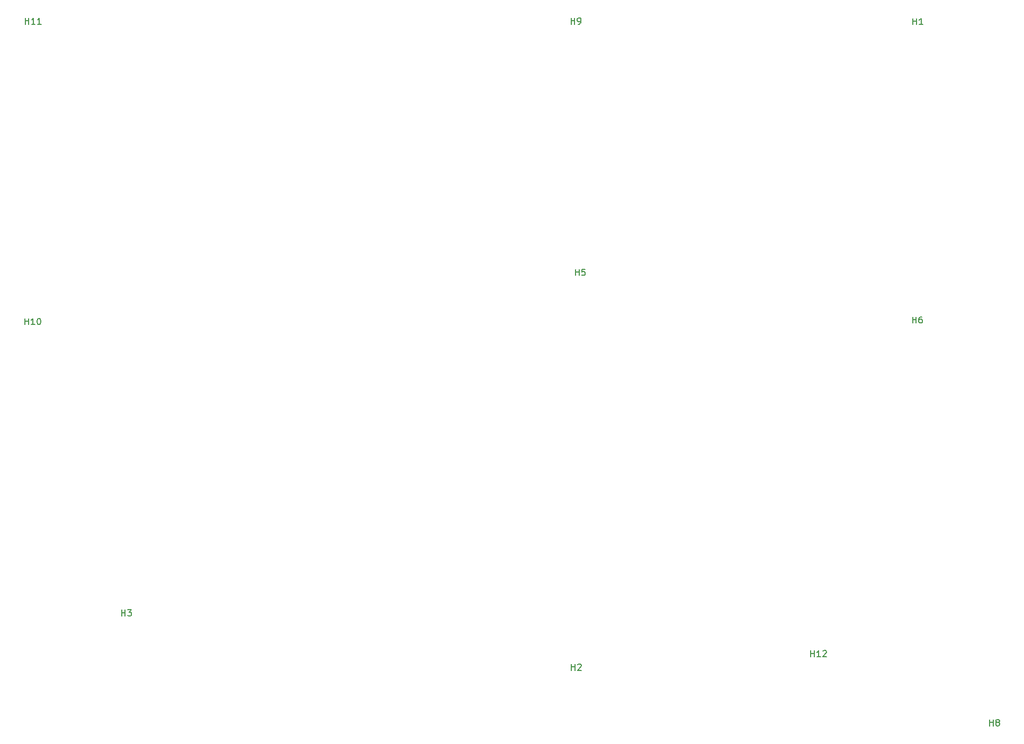
<source format=gbr>
G04 #@! TF.GenerationSoftware,KiCad,Pcbnew,(5.0.2)-1*
G04 #@! TF.CreationDate,2020-01-03T19:40:23+05:30*
G04 #@! TF.ProjectId,ergocape,6572676f-6361-4706-952e-6b696361645f,rev?*
G04 #@! TF.SameCoordinates,Original*
G04 #@! TF.FileFunction,Legend,Top*
G04 #@! TF.FilePolarity,Positive*
%FSLAX46Y46*%
G04 Gerber Fmt 4.6, Leading zero omitted, Abs format (unit mm)*
G04 Created by KiCad (PCBNEW (5.0.2)-1) date 1/3/2020 7:40:23 PM*
%MOMM*%
%LPD*%
G01*
G04 APERTURE LIST*
%ADD10C,0.150000*%
G04 APERTURE END LIST*
G04 #@! TO.C,H1*
D10*
X166433595Y-23502880D02*
X166433595Y-22502880D01*
X166433595Y-22979071D02*
X167005023Y-22979071D01*
X167005023Y-23502880D02*
X167005023Y-22502880D01*
X168005023Y-23502880D02*
X167433595Y-23502880D01*
X167719309Y-23502880D02*
X167719309Y-22502880D01*
X167624071Y-22645738D01*
X167528833Y-22740976D01*
X167433595Y-22788595D01*
G04 #@! TO.C,H2*
X111823595Y-126817380D02*
X111823595Y-125817380D01*
X111823595Y-126293571D02*
X112395023Y-126293571D01*
X112395023Y-126817380D02*
X112395023Y-125817380D01*
X112823595Y-125912619D02*
X112871214Y-125865000D01*
X112966452Y-125817380D01*
X113204547Y-125817380D01*
X113299785Y-125865000D01*
X113347404Y-125912619D01*
X113395023Y-126007857D01*
X113395023Y-126103095D01*
X113347404Y-126245952D01*
X112775976Y-126817380D01*
X113395023Y-126817380D01*
G04 #@! TO.C,H3*
X39878095Y-118117880D02*
X39878095Y-117117880D01*
X39878095Y-117594071D02*
X40449523Y-117594071D01*
X40449523Y-118117880D02*
X40449523Y-117117880D01*
X40830476Y-117117880D02*
X41449523Y-117117880D01*
X41116190Y-117498833D01*
X41259047Y-117498833D01*
X41354285Y-117546452D01*
X41401904Y-117594071D01*
X41449523Y-117689309D01*
X41449523Y-117927404D01*
X41401904Y-118022642D01*
X41354285Y-118070261D01*
X41259047Y-118117880D01*
X40973333Y-118117880D01*
X40878095Y-118070261D01*
X40830476Y-118022642D01*
G04 #@! TO.C,H5*
X112458595Y-63634880D02*
X112458595Y-62634880D01*
X112458595Y-63111071D02*
X113030023Y-63111071D01*
X113030023Y-63634880D02*
X113030023Y-62634880D01*
X113982404Y-62634880D02*
X113506214Y-62634880D01*
X113458595Y-63111071D01*
X113506214Y-63063452D01*
X113601452Y-63015833D01*
X113839547Y-63015833D01*
X113934785Y-63063452D01*
X113982404Y-63111071D01*
X114030023Y-63206309D01*
X114030023Y-63444404D01*
X113982404Y-63539642D01*
X113934785Y-63587261D01*
X113839547Y-63634880D01*
X113601452Y-63634880D01*
X113506214Y-63587261D01*
X113458595Y-63539642D01*
G04 #@! TO.C,H6*
X166370095Y-71254880D02*
X166370095Y-70254880D01*
X166370095Y-70731071D02*
X166941523Y-70731071D01*
X166941523Y-71254880D02*
X166941523Y-70254880D01*
X167846285Y-70254880D02*
X167655809Y-70254880D01*
X167560571Y-70302500D01*
X167512952Y-70350119D01*
X167417714Y-70492976D01*
X167370095Y-70683452D01*
X167370095Y-71064404D01*
X167417714Y-71159642D01*
X167465333Y-71207261D01*
X167560571Y-71254880D01*
X167751047Y-71254880D01*
X167846285Y-71207261D01*
X167893904Y-71159642D01*
X167941523Y-71064404D01*
X167941523Y-70826309D01*
X167893904Y-70731071D01*
X167846285Y-70683452D01*
X167751047Y-70635833D01*
X167560571Y-70635833D01*
X167465333Y-70683452D01*
X167417714Y-70731071D01*
X167370095Y-70826309D01*
G04 #@! TO.C,H8*
X178689095Y-135707380D02*
X178689095Y-134707380D01*
X178689095Y-135183571D02*
X179260523Y-135183571D01*
X179260523Y-135707380D02*
X179260523Y-134707380D01*
X179879571Y-135135952D02*
X179784333Y-135088333D01*
X179736714Y-135040714D01*
X179689095Y-134945476D01*
X179689095Y-134897857D01*
X179736714Y-134802619D01*
X179784333Y-134755000D01*
X179879571Y-134707380D01*
X180070047Y-134707380D01*
X180165285Y-134755000D01*
X180212904Y-134802619D01*
X180260523Y-134897857D01*
X180260523Y-134945476D01*
X180212904Y-135040714D01*
X180165285Y-135088333D01*
X180070047Y-135135952D01*
X179879571Y-135135952D01*
X179784333Y-135183571D01*
X179736714Y-135231190D01*
X179689095Y-135326428D01*
X179689095Y-135516904D01*
X179736714Y-135612142D01*
X179784333Y-135659761D01*
X179879571Y-135707380D01*
X180070047Y-135707380D01*
X180165285Y-135659761D01*
X180212904Y-135612142D01*
X180260523Y-135516904D01*
X180260523Y-135326428D01*
X180212904Y-135231190D01*
X180165285Y-135183571D01*
X180070047Y-135135952D01*
G04 #@! TO.C,H9*
X111760095Y-23439380D02*
X111760095Y-22439380D01*
X111760095Y-22915571D02*
X112331523Y-22915571D01*
X112331523Y-23439380D02*
X112331523Y-22439380D01*
X112855333Y-23439380D02*
X113045809Y-23439380D01*
X113141047Y-23391761D01*
X113188666Y-23344142D01*
X113283904Y-23201285D01*
X113331523Y-23010809D01*
X113331523Y-22629857D01*
X113283904Y-22534619D01*
X113236285Y-22487000D01*
X113141047Y-22439380D01*
X112950571Y-22439380D01*
X112855333Y-22487000D01*
X112807714Y-22534619D01*
X112760095Y-22629857D01*
X112760095Y-22867952D01*
X112807714Y-22963190D01*
X112855333Y-23010809D01*
X112950571Y-23058428D01*
X113141047Y-23058428D01*
X113236285Y-23010809D01*
X113283904Y-22963190D01*
X113331523Y-22867952D01*
G04 #@! TO.C,H10*
X24415904Y-71508880D02*
X24415904Y-70508880D01*
X24415904Y-70985071D02*
X24987333Y-70985071D01*
X24987333Y-71508880D02*
X24987333Y-70508880D01*
X25987333Y-71508880D02*
X25415904Y-71508880D01*
X25701619Y-71508880D02*
X25701619Y-70508880D01*
X25606380Y-70651738D01*
X25511142Y-70746976D01*
X25415904Y-70794595D01*
X26606380Y-70508880D02*
X26701619Y-70508880D01*
X26796857Y-70556500D01*
X26844476Y-70604119D01*
X26892095Y-70699357D01*
X26939714Y-70889833D01*
X26939714Y-71127928D01*
X26892095Y-71318404D01*
X26844476Y-71413642D01*
X26796857Y-71461261D01*
X26701619Y-71508880D01*
X26606380Y-71508880D01*
X26511142Y-71461261D01*
X26463523Y-71413642D01*
X26415904Y-71318404D01*
X26368285Y-71127928D01*
X26368285Y-70889833D01*
X26415904Y-70699357D01*
X26463523Y-70604119D01*
X26511142Y-70556500D01*
X26606380Y-70508880D01*
G04 #@! TO.C,H11*
X24479404Y-23439380D02*
X24479404Y-22439380D01*
X24479404Y-22915571D02*
X25050833Y-22915571D01*
X25050833Y-23439380D02*
X25050833Y-22439380D01*
X26050833Y-23439380D02*
X25479404Y-23439380D01*
X25765119Y-23439380D02*
X25765119Y-22439380D01*
X25669880Y-22582238D01*
X25574642Y-22677476D01*
X25479404Y-22725095D01*
X27003214Y-23439380D02*
X26431785Y-23439380D01*
X26717500Y-23439380D02*
X26717500Y-22439380D01*
X26622261Y-22582238D01*
X26527023Y-22677476D01*
X26431785Y-22725095D01*
G04 #@! TO.C,H12*
X150082404Y-124658380D02*
X150082404Y-123658380D01*
X150082404Y-124134571D02*
X150653833Y-124134571D01*
X150653833Y-124658380D02*
X150653833Y-123658380D01*
X151653833Y-124658380D02*
X151082404Y-124658380D01*
X151368119Y-124658380D02*
X151368119Y-123658380D01*
X151272880Y-123801238D01*
X151177642Y-123896476D01*
X151082404Y-123944095D01*
X152034785Y-123753619D02*
X152082404Y-123706000D01*
X152177642Y-123658380D01*
X152415738Y-123658380D01*
X152510976Y-123706000D01*
X152558595Y-123753619D01*
X152606214Y-123848857D01*
X152606214Y-123944095D01*
X152558595Y-124086952D01*
X151987166Y-124658380D01*
X152606214Y-124658380D01*
G04 #@! TD*
M02*

</source>
